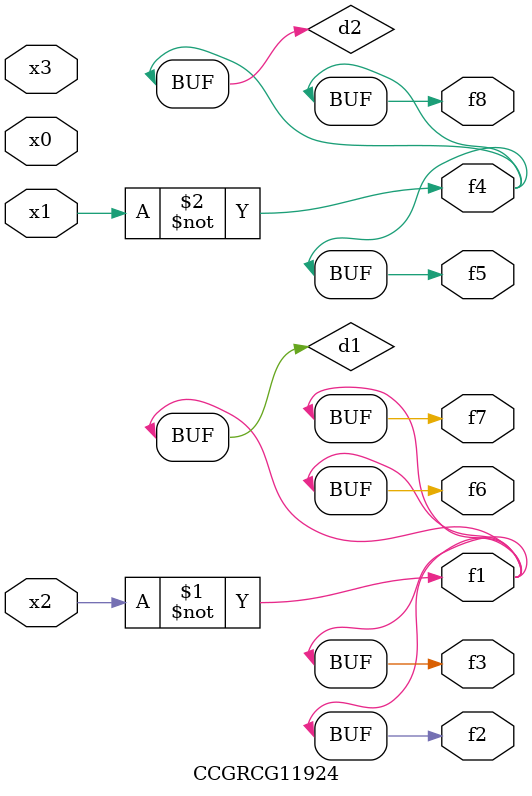
<source format=v>
module CCGRCG11924(
	input x0, x1, x2, x3,
	output f1, f2, f3, f4, f5, f6, f7, f8
);

	wire d1, d2;

	xnor (d1, x2);
	not (d2, x1);
	assign f1 = d1;
	assign f2 = d1;
	assign f3 = d1;
	assign f4 = d2;
	assign f5 = d2;
	assign f6 = d1;
	assign f7 = d1;
	assign f8 = d2;
endmodule

</source>
